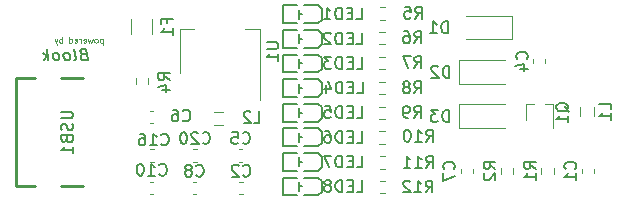
<source format=gbr>
%TF.GenerationSoftware,KiCad,Pcbnew,(6.0.6-1)-1*%
%TF.CreationDate,2022-08-11T03:14:31+08:00*%
%TF.ProjectId,card,63617264-2e6b-4696-9361-645f70636258,rev?*%
%TF.SameCoordinates,Original*%
%TF.FileFunction,Legend,Bot*%
%TF.FilePolarity,Positive*%
%FSLAX46Y46*%
G04 Gerber Fmt 4.6, Leading zero omitted, Abs format (unit mm)*
G04 Created by KiCad (PCBNEW (6.0.6-1)-1) date 2022-08-11 03:14:31*
%MOMM*%
%LPD*%
G01*
G04 APERTURE LIST*
%ADD10C,0.150000*%
%ADD11C,0.100000*%
%ADD12C,0.149900*%
%ADD13C,0.254000*%
%ADD14C,0.120000*%
G04 APERTURE END LIST*
D10*
X31678305Y-28080132D02*
X31541400Y-28127751D01*
X31499734Y-28175370D01*
X31464019Y-28270608D01*
X31481876Y-28413465D01*
X31541400Y-28508703D01*
X31594972Y-28556322D01*
X31696162Y-28603941D01*
X32077114Y-28603941D01*
X31952114Y-27603941D01*
X31618781Y-27603941D01*
X31529495Y-27651561D01*
X31487829Y-27699180D01*
X31452114Y-27794418D01*
X31464019Y-27889656D01*
X31523543Y-27984894D01*
X31577114Y-28032513D01*
X31678305Y-28080132D01*
X32011638Y-28080132D01*
X30934257Y-28603941D02*
X31023543Y-28556322D01*
X31059257Y-28461084D01*
X30952114Y-27603941D01*
X30410448Y-28603941D02*
X30499734Y-28556322D01*
X30541400Y-28508703D01*
X30577114Y-28413465D01*
X30541400Y-28127751D01*
X30481876Y-28032513D01*
X30428305Y-27984894D01*
X30327114Y-27937275D01*
X30184257Y-27937275D01*
X30094972Y-27984894D01*
X30053305Y-28032513D01*
X30017591Y-28127751D01*
X30053305Y-28413465D01*
X30112829Y-28508703D01*
X30166400Y-28556322D01*
X30267591Y-28603941D01*
X30410448Y-28603941D01*
X29505686Y-28603941D02*
X29594972Y-28556322D01*
X29636638Y-28508703D01*
X29672353Y-28413465D01*
X29636638Y-28127751D01*
X29577114Y-28032513D01*
X29523543Y-27984894D01*
X29422353Y-27937275D01*
X29279495Y-27937275D01*
X29190210Y-27984894D01*
X29148543Y-28032513D01*
X29112829Y-28127751D01*
X29148543Y-28413465D01*
X29208067Y-28508703D01*
X29261638Y-28556322D01*
X29362829Y-28603941D01*
X29505686Y-28603941D01*
X28743781Y-28603941D02*
X28618781Y-27603941D01*
X28600924Y-28222989D02*
X28362829Y-28603941D01*
X28279495Y-27937275D02*
X28708067Y-28318227D01*
D11*
X33335445Y-26765139D02*
X33335445Y-27265139D01*
X33335445Y-26788948D02*
X33287826Y-26765139D01*
X33192588Y-26765139D01*
X33144969Y-26788948D01*
X33121160Y-26812758D01*
X33097350Y-26860377D01*
X33097350Y-27003234D01*
X33121160Y-27050853D01*
X33144969Y-27074662D01*
X33192588Y-27098472D01*
X33287826Y-27098472D01*
X33335445Y-27074662D01*
X32811636Y-27098472D02*
X32859255Y-27074662D01*
X32883064Y-27050853D01*
X32906874Y-27003234D01*
X32906874Y-26860377D01*
X32883064Y-26812758D01*
X32859255Y-26788948D01*
X32811636Y-26765139D01*
X32740207Y-26765139D01*
X32692588Y-26788948D01*
X32668779Y-26812758D01*
X32644969Y-26860377D01*
X32644969Y-27003234D01*
X32668779Y-27050853D01*
X32692588Y-27074662D01*
X32740207Y-27098472D01*
X32811636Y-27098472D01*
X32478302Y-26765139D02*
X32383064Y-27098472D01*
X32287826Y-26860377D01*
X32192588Y-27098472D01*
X32097350Y-26765139D01*
X31716398Y-27074662D02*
X31764017Y-27098472D01*
X31859255Y-27098472D01*
X31906874Y-27074662D01*
X31930683Y-27027043D01*
X31930683Y-26836567D01*
X31906874Y-26788948D01*
X31859255Y-26765139D01*
X31764017Y-26765139D01*
X31716398Y-26788948D01*
X31692588Y-26836567D01*
X31692588Y-26884186D01*
X31930683Y-26931805D01*
X31478302Y-27098472D02*
X31478302Y-26765139D01*
X31478302Y-26860377D02*
X31454493Y-26812758D01*
X31430683Y-26788948D01*
X31383064Y-26765139D01*
X31335445Y-26765139D01*
X30978302Y-27074662D02*
X31025921Y-27098472D01*
X31121160Y-27098472D01*
X31168779Y-27074662D01*
X31192588Y-27027043D01*
X31192588Y-26836567D01*
X31168779Y-26788948D01*
X31121160Y-26765139D01*
X31025921Y-26765139D01*
X30978302Y-26788948D01*
X30954493Y-26836567D01*
X30954493Y-26884186D01*
X31192588Y-26931805D01*
X30525921Y-27098472D02*
X30525921Y-26598472D01*
X30525921Y-27074662D02*
X30573541Y-27098472D01*
X30668779Y-27098472D01*
X30716398Y-27074662D01*
X30740207Y-27050853D01*
X30764017Y-27003234D01*
X30764017Y-26860377D01*
X30740207Y-26812758D01*
X30716398Y-26788948D01*
X30668779Y-26765139D01*
X30573541Y-26765139D01*
X30525921Y-26788948D01*
X29906874Y-27098472D02*
X29906874Y-26598472D01*
X29906874Y-26788948D02*
X29859255Y-26765139D01*
X29764017Y-26765139D01*
X29716398Y-26788948D01*
X29692588Y-26812758D01*
X29668779Y-26860377D01*
X29668779Y-27003234D01*
X29692588Y-27050853D01*
X29716398Y-27074662D01*
X29764017Y-27098472D01*
X29859255Y-27098472D01*
X29906874Y-27074662D01*
X29502112Y-26765139D02*
X29383064Y-27098472D01*
X29264017Y-26765139D02*
X29383064Y-27098472D01*
X29430683Y-27217520D01*
X29454493Y-27241329D01*
X29502112Y-27265139D01*
D12*
%TO.C,USB1*%
X29814964Y-32945536D02*
X30624488Y-32945536D01*
X30719726Y-32993155D01*
X30767345Y-33040774D01*
X30814964Y-33136012D01*
X30814964Y-33326489D01*
X30767345Y-33421727D01*
X30719726Y-33469346D01*
X30624488Y-33516965D01*
X29814964Y-33516965D01*
X30767345Y-33945536D02*
X30814964Y-34088393D01*
X30814964Y-34326489D01*
X30767345Y-34421727D01*
X30719726Y-34469346D01*
X30624488Y-34516965D01*
X30529250Y-34516965D01*
X30434012Y-34469346D01*
X30386393Y-34421727D01*
X30338774Y-34326489D01*
X30291155Y-34136012D01*
X30243536Y-34040774D01*
X30195917Y-33993155D01*
X30100679Y-33945536D01*
X30005441Y-33945536D01*
X29910203Y-33993155D01*
X29862584Y-34040774D01*
X29814964Y-34136012D01*
X29814964Y-34374108D01*
X29862584Y-34516965D01*
X30291155Y-35278870D02*
X30338774Y-35421727D01*
X30386393Y-35469346D01*
X30481631Y-35516965D01*
X30624488Y-35516965D01*
X30719726Y-35469346D01*
X30767345Y-35421727D01*
X30814964Y-35326489D01*
X30814964Y-34945536D01*
X29814964Y-34945536D01*
X29814964Y-35278870D01*
X29862584Y-35374108D01*
X29910203Y-35421727D01*
X30005441Y-35469346D01*
X30100679Y-35469346D01*
X30195917Y-35421727D01*
X30243536Y-35374108D01*
X30291155Y-35278870D01*
X30291155Y-34945536D01*
X30814964Y-36469346D02*
X30814964Y-35897917D01*
X30814964Y-36183632D02*
X29814964Y-36183632D01*
X29957822Y-36088393D01*
X30053060Y-35993155D01*
X30100679Y-35897917D01*
D10*
%TO.C,R1*%
X70014305Y-37788562D02*
X69538115Y-37455229D01*
X70014305Y-37217133D02*
X69014305Y-37217133D01*
X69014305Y-37598086D01*
X69061925Y-37693324D01*
X69109544Y-37740943D01*
X69204782Y-37788562D01*
X69347639Y-37788562D01*
X69442877Y-37740943D01*
X69490496Y-37693324D01*
X69538115Y-37598086D01*
X69538115Y-37217133D01*
X70014305Y-38740943D02*
X70014305Y-38169514D01*
X70014305Y-38455229D02*
X69014305Y-38455229D01*
X69157163Y-38359990D01*
X69252401Y-38264752D01*
X69300020Y-38169514D01*
%TO.C,Q1*%
X72814419Y-32946113D02*
X72766800Y-32850875D01*
X72671561Y-32755637D01*
X72528704Y-32612780D01*
X72481085Y-32517542D01*
X72481085Y-32422304D01*
X72719180Y-32469923D02*
X72671561Y-32374685D01*
X72576323Y-32279447D01*
X72385847Y-32231828D01*
X72052514Y-32231828D01*
X71862038Y-32279447D01*
X71766800Y-32374685D01*
X71719180Y-32469923D01*
X71719180Y-32660399D01*
X71766800Y-32755637D01*
X71862038Y-32850875D01*
X72052514Y-32898494D01*
X72385847Y-32898494D01*
X72576323Y-32850875D01*
X72671561Y-32755637D01*
X72719180Y-32660399D01*
X72719180Y-32469923D01*
X72719180Y-33850875D02*
X72719180Y-33279447D01*
X72719180Y-33565161D02*
X71719180Y-33565161D01*
X71862038Y-33469923D01*
X71957276Y-33374685D01*
X72004895Y-33279447D01*
%TO.C,C6*%
X40127416Y-33666082D02*
X40175035Y-33713701D01*
X40317892Y-33761320D01*
X40413130Y-33761320D01*
X40555988Y-33713701D01*
X40651226Y-33618463D01*
X40698845Y-33523225D01*
X40746464Y-33332749D01*
X40746464Y-33189892D01*
X40698845Y-32999416D01*
X40651226Y-32904178D01*
X40555988Y-32808940D01*
X40413130Y-32761320D01*
X40317892Y-32761320D01*
X40175035Y-32808940D01*
X40127416Y-32856559D01*
X39270273Y-32761320D02*
X39460750Y-32761320D01*
X39555988Y-32808940D01*
X39603607Y-32856559D01*
X39698845Y-32999416D01*
X39746464Y-33189892D01*
X39746464Y-33570844D01*
X39698845Y-33666082D01*
X39651226Y-33713701D01*
X39555988Y-33761320D01*
X39365511Y-33761320D01*
X39270273Y-33713701D01*
X39222654Y-33666082D01*
X39175035Y-33570844D01*
X39175035Y-33332749D01*
X39222654Y-33237511D01*
X39270273Y-33189892D01*
X39365511Y-33142273D01*
X39555988Y-33142273D01*
X39651226Y-33189892D01*
X39698845Y-33237511D01*
X39746464Y-33332749D01*
%TO.C,C2*%
X45228829Y-38337906D02*
X45276448Y-38385525D01*
X45419305Y-38433144D01*
X45514543Y-38433144D01*
X45657401Y-38385525D01*
X45752639Y-38290287D01*
X45800258Y-38195049D01*
X45847877Y-38004573D01*
X45847877Y-37861716D01*
X45800258Y-37671240D01*
X45752639Y-37576002D01*
X45657401Y-37480764D01*
X45514543Y-37433144D01*
X45419305Y-37433144D01*
X45276448Y-37480764D01*
X45228829Y-37528383D01*
X44847877Y-37528383D02*
X44800258Y-37480764D01*
X44705020Y-37433144D01*
X44466924Y-37433144D01*
X44371686Y-37480764D01*
X44324067Y-37528383D01*
X44276448Y-37623621D01*
X44276448Y-37718859D01*
X44324067Y-37861716D01*
X44895496Y-38433144D01*
X44276448Y-38433144D01*
%TO.C,U1*%
X47212149Y-27048125D02*
X48021673Y-27048125D01*
X48116911Y-27095744D01*
X48164530Y-27143363D01*
X48212149Y-27238601D01*
X48212149Y-27429077D01*
X48164530Y-27524315D01*
X48116911Y-27571934D01*
X48021673Y-27619553D01*
X47212149Y-27619553D01*
X48212149Y-28619553D02*
X48212149Y-28048125D01*
X48212149Y-28333839D02*
X47212149Y-28333839D01*
X47355007Y-28238601D01*
X47450245Y-28143363D01*
X47497864Y-28048125D01*
%TO.C,C5*%
X45188287Y-35576383D02*
X45235906Y-35624002D01*
X45378763Y-35671621D01*
X45474001Y-35671621D01*
X45616859Y-35624002D01*
X45712097Y-35528764D01*
X45759716Y-35433526D01*
X45807335Y-35243050D01*
X45807335Y-35100193D01*
X45759716Y-34909717D01*
X45712097Y-34814479D01*
X45616859Y-34719241D01*
X45474001Y-34671621D01*
X45378763Y-34671621D01*
X45235906Y-34719241D01*
X45188287Y-34766860D01*
X44283525Y-34671621D02*
X44759716Y-34671621D01*
X44807335Y-35147812D01*
X44759716Y-35100193D01*
X44664478Y-35052574D01*
X44426382Y-35052574D01*
X44331144Y-35100193D01*
X44283525Y-35147812D01*
X44235906Y-35243050D01*
X44235906Y-35481145D01*
X44283525Y-35576383D01*
X44331144Y-35624002D01*
X44426382Y-35671621D01*
X44664478Y-35671621D01*
X44759716Y-35624002D01*
X44807335Y-35576383D01*
%TO.C,R11*%
X60725682Y-37702193D02*
X61059015Y-37226003D01*
X61297110Y-37702193D02*
X61297110Y-36702193D01*
X60916158Y-36702193D01*
X60820920Y-36749813D01*
X60773301Y-36797432D01*
X60725682Y-36892670D01*
X60725682Y-37035527D01*
X60773301Y-37130765D01*
X60820920Y-37178384D01*
X60916158Y-37226003D01*
X61297110Y-37226003D01*
X59773301Y-37702193D02*
X60344729Y-37702193D01*
X60059015Y-37702193D02*
X60059015Y-36702193D01*
X60154253Y-36845051D01*
X60249491Y-36940289D01*
X60344729Y-36987908D01*
X58820920Y-37702193D02*
X59392348Y-37702193D01*
X59106634Y-37702193D02*
X59106634Y-36702193D01*
X59201872Y-36845051D01*
X59297110Y-36940289D01*
X59392348Y-36987908D01*
%TO.C,L1*%
X76345911Y-32754371D02*
X76345911Y-32278180D01*
X75345911Y-32278180D01*
X76345911Y-33611514D02*
X76345911Y-33040085D01*
X76345911Y-33325799D02*
X75345911Y-33325799D01*
X75488769Y-33230561D01*
X75584007Y-33135323D01*
X75631626Y-33040085D01*
%TO.C,R2*%
X66593152Y-37788562D02*
X66116962Y-37455229D01*
X66593152Y-37217133D02*
X65593152Y-37217133D01*
X65593152Y-37598086D01*
X65640772Y-37693324D01*
X65688391Y-37740943D01*
X65783629Y-37788562D01*
X65926486Y-37788562D01*
X66021724Y-37740943D01*
X66069343Y-37693324D01*
X66116962Y-37598086D01*
X66116962Y-37217133D01*
X65688391Y-38169514D02*
X65640772Y-38217133D01*
X65593152Y-38312371D01*
X65593152Y-38550467D01*
X65640772Y-38645705D01*
X65688391Y-38693324D01*
X65783629Y-38740943D01*
X65878867Y-38740943D01*
X66021724Y-38693324D01*
X66593152Y-38121895D01*
X66593152Y-38740943D01*
%TO.C,C1*%
X73340220Y-37788562D02*
X73387839Y-37740943D01*
X73435458Y-37598086D01*
X73435458Y-37502848D01*
X73387839Y-37359990D01*
X73292601Y-37264752D01*
X73197363Y-37217133D01*
X73006887Y-37169514D01*
X72864030Y-37169514D01*
X72673554Y-37217133D01*
X72578316Y-37264752D01*
X72483078Y-37359990D01*
X72435458Y-37502848D01*
X72435458Y-37598086D01*
X72483078Y-37740943D01*
X72530697Y-37788562D01*
X73435458Y-38740943D02*
X73435458Y-38169514D01*
X73435458Y-38455229D02*
X72435458Y-38455229D01*
X72578316Y-38359990D01*
X72673554Y-38264752D01*
X72721173Y-38169514D01*
%TO.C,C10*%
X38138374Y-38256164D02*
X38185993Y-38303783D01*
X38328850Y-38351402D01*
X38424088Y-38351402D01*
X38566945Y-38303783D01*
X38662183Y-38208545D01*
X38709802Y-38113307D01*
X38757421Y-37922831D01*
X38757421Y-37779974D01*
X38709802Y-37589498D01*
X38662183Y-37494260D01*
X38566945Y-37399022D01*
X38424088Y-37351402D01*
X38328850Y-37351402D01*
X38185993Y-37399022D01*
X38138374Y-37446641D01*
X37185993Y-38351402D02*
X37757421Y-38351402D01*
X37471707Y-38351402D02*
X37471707Y-37351402D01*
X37566945Y-37494260D01*
X37662183Y-37589498D01*
X37757421Y-37637117D01*
X36566945Y-37351402D02*
X36471707Y-37351402D01*
X36376469Y-37399022D01*
X36328850Y-37446641D01*
X36281231Y-37541879D01*
X36233612Y-37732355D01*
X36233612Y-37970450D01*
X36281231Y-38160926D01*
X36328850Y-38256164D01*
X36376469Y-38303783D01*
X36471707Y-38351402D01*
X36566945Y-38351402D01*
X36662183Y-38303783D01*
X36709802Y-38256164D01*
X36757421Y-38160926D01*
X36805040Y-37970450D01*
X36805040Y-37732355D01*
X36757421Y-37541879D01*
X36709802Y-37446641D01*
X36662183Y-37399022D01*
X36566945Y-37351402D01*
%TO.C,R5*%
X59799008Y-25056654D02*
X60132342Y-24580464D01*
X60370437Y-25056654D02*
X60370437Y-24056654D01*
X59989484Y-24056654D01*
X59894246Y-24104274D01*
X59846627Y-24151893D01*
X59799008Y-24247131D01*
X59799008Y-24389988D01*
X59846627Y-24485226D01*
X59894246Y-24532845D01*
X59989484Y-24580464D01*
X60370437Y-24580464D01*
X58894246Y-24056654D02*
X59370437Y-24056654D01*
X59418056Y-24532845D01*
X59370437Y-24485226D01*
X59275199Y-24437607D01*
X59037103Y-24437607D01*
X58941865Y-24485226D01*
X58894246Y-24532845D01*
X58846627Y-24628083D01*
X58846627Y-24866178D01*
X58894246Y-24961416D01*
X58941865Y-25009035D01*
X59037103Y-25056654D01*
X59275199Y-25056654D01*
X59370437Y-25009035D01*
X59418056Y-24961416D01*
%TO.C,L2*%
X46133363Y-33883929D02*
X46609554Y-33883929D01*
X46609554Y-32883929D01*
X45847649Y-32979168D02*
X45800030Y-32931549D01*
X45704792Y-32883929D01*
X45466697Y-32883929D01*
X45371458Y-32931549D01*
X45323839Y-32979168D01*
X45276220Y-33074406D01*
X45276220Y-33169644D01*
X45323839Y-33312501D01*
X45895268Y-33883929D01*
X45276220Y-33883929D01*
%TO.C,F1*%
X38786919Y-25401542D02*
X38786919Y-25068209D01*
X39310728Y-25068209D02*
X38310728Y-25068209D01*
X38310728Y-25544399D01*
X39310728Y-26449161D02*
X39310728Y-25877733D01*
X39310728Y-26163447D02*
X38310728Y-26163447D01*
X38453586Y-26068209D01*
X38548824Y-25972971D01*
X38596443Y-25877733D01*
%TO.C,C8*%
X41263431Y-38337906D02*
X41311050Y-38385525D01*
X41453907Y-38433144D01*
X41549145Y-38433144D01*
X41692003Y-38385525D01*
X41787241Y-38290287D01*
X41834860Y-38195049D01*
X41882479Y-38004573D01*
X41882479Y-37861716D01*
X41834860Y-37671240D01*
X41787241Y-37576002D01*
X41692003Y-37480764D01*
X41549145Y-37433144D01*
X41453907Y-37433144D01*
X41311050Y-37480764D01*
X41263431Y-37528383D01*
X40692003Y-37861716D02*
X40787241Y-37814097D01*
X40834860Y-37766478D01*
X40882479Y-37671240D01*
X40882479Y-37623621D01*
X40834860Y-37528383D01*
X40787241Y-37480764D01*
X40692003Y-37433144D01*
X40501526Y-37433144D01*
X40406288Y-37480764D01*
X40358669Y-37528383D01*
X40311050Y-37623621D01*
X40311050Y-37671240D01*
X40358669Y-37766478D01*
X40406288Y-37814097D01*
X40501526Y-37861716D01*
X40692003Y-37861716D01*
X40787241Y-37909335D01*
X40834860Y-37956954D01*
X40882479Y-38052192D01*
X40882479Y-38242668D01*
X40834860Y-38337906D01*
X40787241Y-38385525D01*
X40692003Y-38433144D01*
X40501526Y-38433144D01*
X40406288Y-38385525D01*
X40358669Y-38337906D01*
X40311050Y-38242668D01*
X40311050Y-38052192D01*
X40358669Y-37956954D01*
X40406288Y-37909335D01*
X40501526Y-37861716D01*
%TO.C,R8*%
X59716976Y-31382550D02*
X60050310Y-30906360D01*
X60288405Y-31382550D02*
X60288405Y-30382550D01*
X59907452Y-30382550D01*
X59812214Y-30430170D01*
X59764595Y-30477789D01*
X59716976Y-30573027D01*
X59716976Y-30715884D01*
X59764595Y-30811122D01*
X59812214Y-30858741D01*
X59907452Y-30906360D01*
X60288405Y-30906360D01*
X59145548Y-30811122D02*
X59240786Y-30763503D01*
X59288405Y-30715884D01*
X59336024Y-30620646D01*
X59336024Y-30573027D01*
X59288405Y-30477789D01*
X59240786Y-30430170D01*
X59145548Y-30382550D01*
X58955071Y-30382550D01*
X58859833Y-30430170D01*
X58812214Y-30477789D01*
X58764595Y-30573027D01*
X58764595Y-30620646D01*
X58812214Y-30715884D01*
X58859833Y-30763503D01*
X58955071Y-30811122D01*
X59145548Y-30811122D01*
X59240786Y-30858741D01*
X59288405Y-30906360D01*
X59336024Y-31001598D01*
X59336024Y-31192074D01*
X59288405Y-31287312D01*
X59240786Y-31334931D01*
X59145548Y-31382550D01*
X58955071Y-31382550D01*
X58859833Y-31334931D01*
X58812214Y-31287312D01*
X58764595Y-31192074D01*
X58764595Y-31001598D01*
X58812214Y-30906360D01*
X58859833Y-30858741D01*
X58955071Y-30811122D01*
%TO.C,R10*%
X60736473Y-35475815D02*
X61069806Y-34999625D01*
X61307901Y-35475815D02*
X61307901Y-34475815D01*
X60926949Y-34475815D01*
X60831711Y-34523435D01*
X60784092Y-34571054D01*
X60736473Y-34666292D01*
X60736473Y-34809149D01*
X60784092Y-34904387D01*
X60831711Y-34952006D01*
X60926949Y-34999625D01*
X61307901Y-34999625D01*
X59784092Y-35475815D02*
X60355520Y-35475815D01*
X60069806Y-35475815D02*
X60069806Y-34475815D01*
X60165044Y-34618673D01*
X60260282Y-34713911D01*
X60355520Y-34761530D01*
X59165044Y-34475815D02*
X59069806Y-34475815D01*
X58974568Y-34523435D01*
X58926949Y-34571054D01*
X58879330Y-34666292D01*
X58831711Y-34856768D01*
X58831711Y-35094863D01*
X58879330Y-35285339D01*
X58926949Y-35380577D01*
X58974568Y-35428196D01*
X59069806Y-35475815D01*
X59165044Y-35475815D01*
X59260282Y-35428196D01*
X59307901Y-35380577D01*
X59355520Y-35285339D01*
X59403139Y-35094863D01*
X59403139Y-34856768D01*
X59355520Y-34666292D01*
X59307901Y-34571054D01*
X59260282Y-34523435D01*
X59165044Y-34475815D01*
D12*
%TO.C,LED6*%
X54861189Y-35565943D02*
X55337380Y-35565943D01*
X55337380Y-34565943D01*
X54527856Y-35042134D02*
X54194522Y-35042134D01*
X54051665Y-35565943D02*
X54527856Y-35565943D01*
X54527856Y-34565943D01*
X54051665Y-34565943D01*
X53623094Y-35565943D02*
X53623094Y-34565943D01*
X53384999Y-34565943D01*
X53242142Y-34613563D01*
X53146903Y-34708801D01*
X53099284Y-34804039D01*
X53051665Y-34994515D01*
X53051665Y-35137372D01*
X53099284Y-35327848D01*
X53146903Y-35423086D01*
X53242142Y-35518324D01*
X53384999Y-35565943D01*
X53623094Y-35565943D01*
X52194522Y-34565943D02*
X52384999Y-34565943D01*
X52480237Y-34613563D01*
X52527856Y-34661182D01*
X52623094Y-34804039D01*
X52670713Y-34994515D01*
X52670713Y-35375467D01*
X52623094Y-35470705D01*
X52575475Y-35518324D01*
X52480237Y-35565943D01*
X52289761Y-35565943D01*
X52194522Y-35518324D01*
X52146903Y-35470705D01*
X52099284Y-35375467D01*
X52099284Y-35137372D01*
X52146903Y-35042134D01*
X52194522Y-34994515D01*
X52289761Y-34946896D01*
X52480237Y-34946896D01*
X52575475Y-34994515D01*
X52623094Y-35042134D01*
X52670713Y-35137372D01*
D10*
%TO.C,C16*%
X38296739Y-35708063D02*
X38344358Y-35755682D01*
X38487215Y-35803301D01*
X38582453Y-35803301D01*
X38725310Y-35755682D01*
X38820548Y-35660444D01*
X38868167Y-35565206D01*
X38915786Y-35374730D01*
X38915786Y-35231873D01*
X38868167Y-35041397D01*
X38820548Y-34946159D01*
X38725310Y-34850921D01*
X38582453Y-34803301D01*
X38487215Y-34803301D01*
X38344358Y-34850921D01*
X38296739Y-34898540D01*
X37344358Y-35803301D02*
X37915786Y-35803301D01*
X37630072Y-35803301D02*
X37630072Y-34803301D01*
X37725310Y-34946159D01*
X37820548Y-35041397D01*
X37915786Y-35089016D01*
X36487215Y-34803301D02*
X36677691Y-34803301D01*
X36772929Y-34850921D01*
X36820548Y-34898540D01*
X36915786Y-35041397D01*
X36963405Y-35231873D01*
X36963405Y-35612825D01*
X36915786Y-35708063D01*
X36868167Y-35755682D01*
X36772929Y-35803301D01*
X36582453Y-35803301D01*
X36487215Y-35755682D01*
X36439596Y-35708063D01*
X36391977Y-35612825D01*
X36391977Y-35374730D01*
X36439596Y-35279492D01*
X36487215Y-35231873D01*
X36582453Y-35184254D01*
X36772929Y-35184254D01*
X36868167Y-35231873D01*
X36915786Y-35279492D01*
X36963405Y-35374730D01*
D12*
%TO.C,LED2*%
X54827501Y-27244844D02*
X55303692Y-27244844D01*
X55303692Y-26244844D01*
X54494168Y-26721035D02*
X54160834Y-26721035D01*
X54017977Y-27244844D02*
X54494168Y-27244844D01*
X54494168Y-26244844D01*
X54017977Y-26244844D01*
X53589406Y-27244844D02*
X53589406Y-26244844D01*
X53351311Y-26244844D01*
X53208454Y-26292464D01*
X53113215Y-26387702D01*
X53065596Y-26482940D01*
X53017977Y-26673416D01*
X53017977Y-26816273D01*
X53065596Y-27006749D01*
X53113215Y-27101987D01*
X53208454Y-27197225D01*
X53351311Y-27244844D01*
X53589406Y-27244844D01*
X52637025Y-26340083D02*
X52589406Y-26292464D01*
X52494168Y-26244844D01*
X52256073Y-26244844D01*
X52160834Y-26292464D01*
X52113215Y-26340083D01*
X52065596Y-26435321D01*
X52065596Y-26530559D01*
X52113215Y-26673416D01*
X52684644Y-27244844D01*
X52065596Y-27244844D01*
D10*
%TO.C,C7*%
X63076760Y-37788562D02*
X63124379Y-37740943D01*
X63171998Y-37598086D01*
X63171998Y-37502848D01*
X63124379Y-37359990D01*
X63029141Y-37264752D01*
X62933903Y-37217133D01*
X62743427Y-37169514D01*
X62600570Y-37169514D01*
X62410094Y-37217133D01*
X62314856Y-37264752D01*
X62219618Y-37359990D01*
X62171998Y-37502848D01*
X62171998Y-37598086D01*
X62219618Y-37740943D01*
X62267237Y-37788562D01*
X62171998Y-38121895D02*
X62171998Y-38788562D01*
X63171998Y-38359990D01*
D12*
%TO.C,LED3*%
X54838730Y-29299852D02*
X55314921Y-29299852D01*
X55314921Y-28299852D01*
X54505397Y-28776043D02*
X54172063Y-28776043D01*
X54029206Y-29299852D02*
X54505397Y-29299852D01*
X54505397Y-28299852D01*
X54029206Y-28299852D01*
X53600635Y-29299852D02*
X53600635Y-28299852D01*
X53362540Y-28299852D01*
X53219683Y-28347472D01*
X53124444Y-28442710D01*
X53076825Y-28537948D01*
X53029206Y-28728424D01*
X53029206Y-28871281D01*
X53076825Y-29061757D01*
X53124444Y-29156995D01*
X53219683Y-29252233D01*
X53362540Y-29299852D01*
X53600635Y-29299852D01*
X52695873Y-28299852D02*
X52076825Y-28299852D01*
X52410159Y-28680805D01*
X52267302Y-28680805D01*
X52172063Y-28728424D01*
X52124444Y-28776043D01*
X52076825Y-28871281D01*
X52076825Y-29109376D01*
X52124444Y-29204614D01*
X52172063Y-29252233D01*
X52267302Y-29299852D01*
X52553016Y-29299852D01*
X52648254Y-29252233D01*
X52695873Y-29204614D01*
%TO.C,LED7*%
X54849960Y-37654639D02*
X55326151Y-37654639D01*
X55326151Y-36654639D01*
X54516627Y-37130830D02*
X54183293Y-37130830D01*
X54040436Y-37654639D02*
X54516627Y-37654639D01*
X54516627Y-36654639D01*
X54040436Y-36654639D01*
X53611865Y-37654639D02*
X53611865Y-36654639D01*
X53373770Y-36654639D01*
X53230913Y-36702259D01*
X53135674Y-36797497D01*
X53088055Y-36892735D01*
X53040436Y-37083211D01*
X53040436Y-37226068D01*
X53088055Y-37416544D01*
X53135674Y-37511782D01*
X53230913Y-37607020D01*
X53373770Y-37654639D01*
X53611865Y-37654639D01*
X52707103Y-36654639D02*
X52040436Y-36654639D01*
X52469008Y-37654639D01*
D10*
%TO.C,C4*%
X69243942Y-28482853D02*
X69291561Y-28435234D01*
X69339180Y-28292377D01*
X69339180Y-28197139D01*
X69291561Y-28054281D01*
X69196323Y-27959043D01*
X69101085Y-27911424D01*
X68910609Y-27863805D01*
X68767752Y-27863805D01*
X68577276Y-27911424D01*
X68482038Y-27959043D01*
X68386800Y-28054281D01*
X68339180Y-28197139D01*
X68339180Y-28292377D01*
X68386800Y-28435234D01*
X68434419Y-28482853D01*
X68672514Y-29339996D02*
X69339180Y-29339996D01*
X68291561Y-29101900D02*
X69005847Y-28863805D01*
X69005847Y-29482853D01*
D12*
%TO.C,LED4*%
X54872419Y-31388549D02*
X55348610Y-31388549D01*
X55348610Y-30388549D01*
X54539086Y-30864740D02*
X54205752Y-30864740D01*
X54062895Y-31388549D02*
X54539086Y-31388549D01*
X54539086Y-30388549D01*
X54062895Y-30388549D01*
X53634324Y-31388549D02*
X53634324Y-30388549D01*
X53396229Y-30388549D01*
X53253372Y-30436169D01*
X53158133Y-30531407D01*
X53110514Y-30626645D01*
X53062895Y-30817121D01*
X53062895Y-30959978D01*
X53110514Y-31150454D01*
X53158133Y-31245692D01*
X53253372Y-31340930D01*
X53396229Y-31388549D01*
X53634324Y-31388549D01*
X52205752Y-30721883D02*
X52205752Y-31388549D01*
X52443848Y-30340930D02*
X52681943Y-31055216D01*
X52062895Y-31055216D01*
D10*
%TO.C,D2*%
X62683727Y-30059733D02*
X62683727Y-29059733D01*
X62445632Y-29059733D01*
X62302774Y-29107353D01*
X62207536Y-29202591D01*
X62159917Y-29297829D01*
X62112298Y-29488305D01*
X62112298Y-29631162D01*
X62159917Y-29821638D01*
X62207536Y-29916876D01*
X62302774Y-30012114D01*
X62445632Y-30059733D01*
X62683727Y-30059733D01*
X61731346Y-29154972D02*
X61683727Y-29107353D01*
X61588489Y-29059733D01*
X61350393Y-29059733D01*
X61255155Y-29107353D01*
X61207536Y-29154972D01*
X61159917Y-29250210D01*
X61159917Y-29345448D01*
X61207536Y-29488305D01*
X61778965Y-30059733D01*
X61159917Y-30059733D01*
D12*
%TO.C,LED1*%
X54816271Y-25133688D02*
X55292462Y-25133688D01*
X55292462Y-24133688D01*
X54482938Y-24609879D02*
X54149604Y-24609879D01*
X54006747Y-25133688D02*
X54482938Y-25133688D01*
X54482938Y-24133688D01*
X54006747Y-24133688D01*
X53578176Y-25133688D02*
X53578176Y-24133688D01*
X53340081Y-24133688D01*
X53197224Y-24181308D01*
X53101985Y-24276546D01*
X53054366Y-24371784D01*
X53006747Y-24562260D01*
X53006747Y-24705117D01*
X53054366Y-24895593D01*
X53101985Y-24990831D01*
X53197224Y-25086069D01*
X53340081Y-25133688D01*
X53578176Y-25133688D01*
X52054366Y-25133688D02*
X52625795Y-25133688D01*
X52340081Y-25133688D02*
X52340081Y-24133688D01*
X52435319Y-24276546D01*
X52530557Y-24371784D01*
X52625795Y-24419403D01*
D10*
%TO.C,R6*%
X59735115Y-27132984D02*
X60068449Y-26656794D01*
X60306544Y-27132984D02*
X60306544Y-26132984D01*
X59925591Y-26132984D01*
X59830353Y-26180604D01*
X59782734Y-26228223D01*
X59735115Y-26323461D01*
X59735115Y-26466318D01*
X59782734Y-26561556D01*
X59830353Y-26609175D01*
X59925591Y-26656794D01*
X60306544Y-26656794D01*
X58877972Y-26132984D02*
X59068449Y-26132984D01*
X59163687Y-26180604D01*
X59211306Y-26228223D01*
X59306544Y-26371080D01*
X59354163Y-26561556D01*
X59354163Y-26942508D01*
X59306544Y-27037746D01*
X59258925Y-27085365D01*
X59163687Y-27132984D01*
X58973210Y-27132984D01*
X58877972Y-27085365D01*
X58830353Y-27037746D01*
X58782734Y-26942508D01*
X58782734Y-26704413D01*
X58830353Y-26609175D01*
X58877972Y-26561556D01*
X58973210Y-26513937D01*
X59163687Y-26513937D01*
X59258925Y-26561556D01*
X59306544Y-26609175D01*
X59354163Y-26704413D01*
%TO.C,D1*%
X62582367Y-26294809D02*
X62582367Y-25294809D01*
X62344272Y-25294809D01*
X62201414Y-25342429D01*
X62106176Y-25437667D01*
X62058557Y-25532905D01*
X62010938Y-25723381D01*
X62010938Y-25866238D01*
X62058557Y-26056714D01*
X62106176Y-26151952D01*
X62201414Y-26247190D01*
X62344272Y-26294809D01*
X62582367Y-26294809D01*
X61058557Y-26294809D02*
X61629986Y-26294809D01*
X61344272Y-26294809D02*
X61344272Y-25294809D01*
X61439510Y-25437667D01*
X61534748Y-25532905D01*
X61629986Y-25580524D01*
%TO.C,D3*%
X62639207Y-33797436D02*
X62639207Y-32797436D01*
X62401112Y-32797436D01*
X62258254Y-32845056D01*
X62163016Y-32940294D01*
X62115397Y-33035532D01*
X62067778Y-33226008D01*
X62067778Y-33368865D01*
X62115397Y-33559341D01*
X62163016Y-33654579D01*
X62258254Y-33749817D01*
X62401112Y-33797436D01*
X62639207Y-33797436D01*
X61734445Y-32797436D02*
X61115397Y-32797436D01*
X61448731Y-33178389D01*
X61305873Y-33178389D01*
X61210635Y-33226008D01*
X61163016Y-33273627D01*
X61115397Y-33368865D01*
X61115397Y-33606960D01*
X61163016Y-33702198D01*
X61210635Y-33749817D01*
X61305873Y-33797436D01*
X61591588Y-33797436D01*
X61686826Y-33749817D01*
X61734445Y-33702198D01*
%TO.C,C20*%
X41792743Y-35566778D02*
X41840362Y-35614397D01*
X41983219Y-35662016D01*
X42078457Y-35662016D01*
X42221314Y-35614397D01*
X42316552Y-35519159D01*
X42364171Y-35423921D01*
X42411790Y-35233445D01*
X42411790Y-35090588D01*
X42364171Y-34900112D01*
X42316552Y-34804874D01*
X42221314Y-34709636D01*
X42078457Y-34662016D01*
X41983219Y-34662016D01*
X41840362Y-34709636D01*
X41792743Y-34757255D01*
X41411790Y-34757255D02*
X41364171Y-34709636D01*
X41268933Y-34662016D01*
X41030838Y-34662016D01*
X40935600Y-34709636D01*
X40887981Y-34757255D01*
X40840362Y-34852493D01*
X40840362Y-34947731D01*
X40887981Y-35090588D01*
X41459409Y-35662016D01*
X40840362Y-35662016D01*
X40221314Y-34662016D02*
X40126076Y-34662016D01*
X40030838Y-34709636D01*
X39983219Y-34757255D01*
X39935600Y-34852493D01*
X39887981Y-35042969D01*
X39887981Y-35281064D01*
X39935600Y-35471540D01*
X39983219Y-35566778D01*
X40030838Y-35614397D01*
X40126076Y-35662016D01*
X40221314Y-35662016D01*
X40316552Y-35614397D01*
X40364171Y-35566778D01*
X40411790Y-35471540D01*
X40459409Y-35281064D01*
X40459409Y-35042969D01*
X40411790Y-34852493D01*
X40364171Y-34757255D01*
X40316552Y-34709636D01*
X40221314Y-34662016D01*
D12*
%TO.C,LED5*%
X54838730Y-33454787D02*
X55314921Y-33454787D01*
X55314921Y-32454787D01*
X54505397Y-32930978D02*
X54172063Y-32930978D01*
X54029206Y-33454787D02*
X54505397Y-33454787D01*
X54505397Y-32454787D01*
X54029206Y-32454787D01*
X53600635Y-33454787D02*
X53600635Y-32454787D01*
X53362540Y-32454787D01*
X53219683Y-32502407D01*
X53124444Y-32597645D01*
X53076825Y-32692883D01*
X53029206Y-32883359D01*
X53029206Y-33026216D01*
X53076825Y-33216692D01*
X53124444Y-33311930D01*
X53219683Y-33407168D01*
X53362540Y-33454787D01*
X53600635Y-33454787D01*
X52124444Y-32454787D02*
X52600635Y-32454787D01*
X52648254Y-32930978D01*
X52600635Y-32883359D01*
X52505397Y-32835740D01*
X52267302Y-32835740D01*
X52172063Y-32883359D01*
X52124444Y-32930978D01*
X52076825Y-33026216D01*
X52076825Y-33264311D01*
X52124444Y-33359549D01*
X52172063Y-33407168D01*
X52267302Y-33454787D01*
X52505397Y-33454787D01*
X52600635Y-33407168D01*
X52648254Y-33359549D01*
D10*
%TO.C,R9*%
X59699280Y-33474509D02*
X60032614Y-32998319D01*
X60270709Y-33474509D02*
X60270709Y-32474509D01*
X59889756Y-32474509D01*
X59794518Y-32522129D01*
X59746899Y-32569748D01*
X59699280Y-32664986D01*
X59699280Y-32807843D01*
X59746899Y-32903081D01*
X59794518Y-32950700D01*
X59889756Y-32998319D01*
X60270709Y-32998319D01*
X59223090Y-33474509D02*
X59032614Y-33474509D01*
X58937375Y-33426890D01*
X58889756Y-33379271D01*
X58794518Y-33236414D01*
X58746899Y-33045938D01*
X58746899Y-32664986D01*
X58794518Y-32569748D01*
X58842137Y-32522129D01*
X58937375Y-32474509D01*
X59127852Y-32474509D01*
X59223090Y-32522129D01*
X59270709Y-32569748D01*
X59318328Y-32664986D01*
X59318328Y-32903081D01*
X59270709Y-32998319D01*
X59223090Y-33045938D01*
X59127852Y-33093557D01*
X58937375Y-33093557D01*
X58842137Y-33045938D01*
X58794518Y-32998319D01*
X58746899Y-32903081D01*
D12*
%TO.C,LED8*%
X54861189Y-39720877D02*
X55337380Y-39720877D01*
X55337380Y-38720877D01*
X54527856Y-39197068D02*
X54194522Y-39197068D01*
X54051665Y-39720877D02*
X54527856Y-39720877D01*
X54527856Y-38720877D01*
X54051665Y-38720877D01*
X53623094Y-39720877D02*
X53623094Y-38720877D01*
X53384999Y-38720877D01*
X53242142Y-38768497D01*
X53146903Y-38863735D01*
X53099284Y-38958973D01*
X53051665Y-39149449D01*
X53051665Y-39292306D01*
X53099284Y-39482782D01*
X53146903Y-39578020D01*
X53242142Y-39673258D01*
X53384999Y-39720877D01*
X53623094Y-39720877D01*
X52480237Y-39149449D02*
X52575475Y-39101830D01*
X52623094Y-39054211D01*
X52670713Y-38958973D01*
X52670713Y-38911354D01*
X52623094Y-38816116D01*
X52575475Y-38768497D01*
X52480237Y-38720877D01*
X52289761Y-38720877D01*
X52194522Y-38768497D01*
X52146903Y-38816116D01*
X52099284Y-38911354D01*
X52099284Y-38958973D01*
X52146903Y-39054211D01*
X52194522Y-39101830D01*
X52289761Y-39149449D01*
X52480237Y-39149449D01*
X52575475Y-39197068D01*
X52623094Y-39244687D01*
X52670713Y-39339925D01*
X52670713Y-39530401D01*
X52623094Y-39625639D01*
X52575475Y-39673258D01*
X52480237Y-39720877D01*
X52289761Y-39720877D01*
X52194522Y-39673258D01*
X52146903Y-39625639D01*
X52099284Y-39530401D01*
X52099284Y-39339925D01*
X52146903Y-39244687D01*
X52194522Y-39197068D01*
X52289761Y-39149449D01*
D10*
%TO.C,R12*%
X60687830Y-39778523D02*
X61021163Y-39302333D01*
X61259258Y-39778523D02*
X61259258Y-38778523D01*
X60878306Y-38778523D01*
X60783068Y-38826143D01*
X60735449Y-38873762D01*
X60687830Y-38969000D01*
X60687830Y-39111857D01*
X60735449Y-39207095D01*
X60783068Y-39254714D01*
X60878306Y-39302333D01*
X61259258Y-39302333D01*
X59735449Y-39778523D02*
X60306877Y-39778523D01*
X60021163Y-39778523D02*
X60021163Y-38778523D01*
X60116401Y-38921381D01*
X60211639Y-39016619D01*
X60306877Y-39064238D01*
X59354496Y-38873762D02*
X59306877Y-38826143D01*
X59211639Y-38778523D01*
X58973544Y-38778523D01*
X58878306Y-38826143D01*
X58830687Y-38873762D01*
X58783068Y-38969000D01*
X58783068Y-39064238D01*
X58830687Y-39207095D01*
X59402115Y-39778523D01*
X58783068Y-39778523D01*
%TO.C,R7*%
X59735115Y-29246826D02*
X60068449Y-28770636D01*
X60306544Y-29246826D02*
X60306544Y-28246826D01*
X59925591Y-28246826D01*
X59830353Y-28294446D01*
X59782734Y-28342065D01*
X59735115Y-28437303D01*
X59735115Y-28580160D01*
X59782734Y-28675398D01*
X59830353Y-28723017D01*
X59925591Y-28770636D01*
X60306544Y-28770636D01*
X59401782Y-28246826D02*
X58735115Y-28246826D01*
X59163687Y-29246826D01*
%TO.C,R4*%
X39049731Y-30264749D02*
X38573541Y-29931416D01*
X39049731Y-29693320D02*
X38049731Y-29693320D01*
X38049731Y-30074273D01*
X38097351Y-30169511D01*
X38144970Y-30217130D01*
X38240208Y-30264749D01*
X38383065Y-30264749D01*
X38478303Y-30217130D01*
X38525922Y-30169511D01*
X38573541Y-30074273D01*
X38573541Y-29693320D01*
X38383065Y-31121892D02*
X39049731Y-31121892D01*
X38002112Y-30883796D02*
X38716398Y-30645701D01*
X38716398Y-31264749D01*
D13*
%TO.C,USB1*%
X29793384Y-30111632D02*
X31689684Y-30111632D01*
X26036484Y-39255632D02*
X26036484Y-30111632D01*
X26036484Y-30111632D02*
X27609584Y-30111632D01*
X27609584Y-39255632D02*
X26036484Y-39255632D01*
X31689684Y-39255632D02*
X29793384Y-39255632D01*
D14*
%TO.C,R1*%
X70469425Y-37717971D02*
X70469425Y-38192487D01*
X71514425Y-37717971D02*
X71514425Y-38192487D01*
%TO.C,Q1*%
X69156800Y-33671352D02*
X69156800Y-32261352D01*
X69816800Y-32261352D02*
X69156800Y-32261352D01*
X71476800Y-32261352D02*
X71476800Y-34291352D01*
X71476800Y-32261352D02*
X70816800Y-32261352D01*
%TO.C,C6*%
X37312743Y-32856148D02*
X37593903Y-32856148D01*
X37312743Y-33876148D02*
X37593903Y-33876148D01*
%TO.C,C2*%
X45202743Y-38900764D02*
X44921583Y-38900764D01*
X45202743Y-39920764D02*
X44921583Y-39920764D01*
%TO.C,U1*%
X46669769Y-31910030D02*
X46669769Y-25900030D01*
X39849769Y-25900030D02*
X41109769Y-25900030D01*
X46669769Y-25900030D02*
X45409769Y-25900030D01*
X39849769Y-29660030D02*
X39849769Y-25900030D01*
%TO.C,C5*%
X45162201Y-36139241D02*
X44881041Y-36139241D01*
X45162201Y-37159241D02*
X44881041Y-37159241D01*
%TO.C,R11*%
X56799773Y-36716763D02*
X57274289Y-36716763D01*
X56799773Y-37761763D02*
X57274289Y-37761763D01*
%TO.C,L1*%
X74903531Y-33320660D02*
X74903531Y-32521416D01*
X73783531Y-33320660D02*
X73783531Y-32521416D01*
%TO.C,R2*%
X67048272Y-37717971D02*
X67048272Y-38192487D01*
X68093272Y-37717971D02*
X68093272Y-38192487D01*
%TO.C,C1*%
X74923078Y-37814649D02*
X74923078Y-38095809D01*
X73903078Y-37814649D02*
X73903078Y-38095809D01*
%TO.C,C10*%
X37354937Y-38900764D02*
X37636097Y-38900764D01*
X37354937Y-39920764D02*
X37636097Y-39920764D01*
%TO.C,R5*%
X56799433Y-25143576D02*
X57273949Y-25143576D01*
X56799433Y-24098576D02*
X57273949Y-24098576D01*
%TO.C,L2*%
X42727900Y-34046148D02*
X43527144Y-34046148D01*
X42727900Y-32926148D02*
X43527144Y-32926148D01*
%TO.C,F1*%
X37535123Y-25132812D02*
X37535123Y-26336940D01*
X35715123Y-25132812D02*
X35715123Y-26336940D01*
%TO.C,C8*%
X41237345Y-39920764D02*
X40956185Y-39920764D01*
X41237345Y-38900764D02*
X40956185Y-38900764D01*
%TO.C,R8*%
X56773052Y-31452670D02*
X57247568Y-31452670D01*
X56773052Y-30407670D02*
X57247568Y-30407670D01*
%TO.C,R10*%
X56773052Y-35658732D02*
X57247568Y-35658732D01*
X56773052Y-34613732D02*
X57247568Y-34613732D01*
D10*
%TO.C,LED6*%
X49989576Y-35098841D02*
X50243576Y-35098841D01*
X50416676Y-35855341D02*
X51566676Y-35855341D01*
X50416676Y-34355241D02*
X51566676Y-34355241D01*
X49989576Y-35486241D02*
X49989576Y-34724241D01*
X51866676Y-34655141D02*
X51566676Y-34355241D01*
X51866676Y-35455241D02*
X51866676Y-35555241D01*
X48566576Y-34355341D02*
X48566576Y-35835241D01*
X51866676Y-34755341D02*
X51866676Y-34655141D01*
X49816676Y-35855341D02*
X48566576Y-35855341D01*
X51866676Y-34755341D02*
X51866676Y-35455241D01*
X51866676Y-35555241D02*
X51566676Y-35855341D01*
X49816676Y-34355241D02*
X48566576Y-34355241D01*
D14*
%TO.C,C16*%
X37372722Y-36139241D02*
X37653882Y-36139241D01*
X37372722Y-37159241D02*
X37653882Y-37159241D01*
D10*
%TO.C,LED2*%
X51866676Y-26423277D02*
X51866676Y-27123177D01*
X51866676Y-26423277D02*
X51866676Y-26323077D01*
X50416676Y-26023177D02*
X51566676Y-26023177D01*
X48566576Y-26023277D02*
X48566576Y-27503177D01*
X51866676Y-27223177D02*
X51566676Y-27523277D01*
X49816676Y-26023177D02*
X48566576Y-26023177D01*
X49816676Y-27523277D02*
X48566576Y-27523277D01*
X49989576Y-26766777D02*
X50243576Y-26766777D01*
X51866676Y-26323077D02*
X51566676Y-26023177D01*
X49989576Y-27154177D02*
X49989576Y-26392177D01*
X51866676Y-27123177D02*
X51866676Y-27223177D01*
X50416676Y-27523277D02*
X51566676Y-27523277D01*
D14*
%TO.C,C7*%
X63639618Y-37814649D02*
X63639618Y-38095809D01*
X64659618Y-37814649D02*
X64659618Y-38095809D01*
D10*
%TO.C,LED3*%
X49816676Y-28106193D02*
X48566576Y-28106193D01*
X50416676Y-28106193D02*
X51566676Y-28106193D01*
X51866676Y-29206193D02*
X51866676Y-29306193D01*
X51866676Y-28406093D02*
X51566676Y-28106193D01*
X49989576Y-28849793D02*
X50243576Y-28849793D01*
X51866676Y-29306193D02*
X51566676Y-29606293D01*
X51866676Y-28506293D02*
X51866676Y-28406093D01*
X49816676Y-29606293D02*
X48566576Y-29606293D01*
X49989576Y-29237193D02*
X49989576Y-28475193D01*
X51866676Y-28506293D02*
X51866676Y-29206193D01*
X50416676Y-29606293D02*
X51566676Y-29606293D01*
X48566576Y-28106293D02*
X48566576Y-29586193D01*
%TO.C,LED7*%
X51866676Y-36838357D02*
X51866676Y-36738157D01*
X50416676Y-37938357D02*
X51566676Y-37938357D01*
X49816676Y-37938357D02*
X48566576Y-37938357D01*
X51866676Y-37638257D02*
X51566676Y-37938357D01*
X51866676Y-36838357D02*
X51866676Y-37538257D01*
X50416676Y-36438257D02*
X51566676Y-36438257D01*
X49989576Y-37181857D02*
X50243576Y-37181857D01*
X48566576Y-36438357D02*
X48566576Y-37918257D01*
X49989576Y-37569257D02*
X49989576Y-36807257D01*
X49816676Y-36438257D02*
X48566576Y-36438257D01*
X51866676Y-36738157D02*
X51566676Y-36438257D01*
X51866676Y-37538257D02*
X51866676Y-37638257D01*
D14*
%TO.C,C4*%
X70826800Y-28508940D02*
X70826800Y-28790100D01*
X69806800Y-28508940D02*
X69806800Y-28790100D01*
D10*
%TO.C,LED4*%
X50416676Y-30189209D02*
X51566676Y-30189209D01*
X49816676Y-30189209D02*
X48566576Y-30189209D01*
X51866676Y-31289209D02*
X51866676Y-31389209D01*
X51866676Y-30589309D02*
X51866676Y-31289209D01*
X50416676Y-31689309D02*
X51566676Y-31689309D01*
X51866676Y-31389209D02*
X51566676Y-31689309D01*
X49816676Y-31689309D02*
X48566576Y-31689309D01*
X51866676Y-30589309D02*
X51866676Y-30489109D01*
X51866676Y-30489109D02*
X51566676Y-30189209D01*
X49989576Y-30932809D02*
X50243576Y-30932809D01*
X48566576Y-30189309D02*
X48566576Y-31669209D01*
X49989576Y-31320209D02*
X49989576Y-30558209D01*
D14*
%TO.C,D2*%
X63487916Y-28562624D02*
X67387916Y-28562624D01*
X63487916Y-30562624D02*
X67387916Y-30562624D01*
X63487916Y-30562624D02*
X63487916Y-28562624D01*
D10*
%TO.C,LED1*%
X50416676Y-23940155D02*
X51566676Y-23940155D01*
X51866676Y-25040155D02*
X51866676Y-25140155D01*
X51866676Y-25140155D02*
X51566676Y-25440255D01*
X49816676Y-25440255D02*
X48566576Y-25440255D01*
X49816676Y-23940155D02*
X48566576Y-23940155D01*
X51866676Y-24340255D02*
X51866676Y-24240055D01*
X48566576Y-23940255D02*
X48566576Y-25420155D01*
X49989576Y-24683755D02*
X50243576Y-24683755D01*
X51866676Y-24340255D02*
X51866676Y-25040155D01*
X51866676Y-24240055D02*
X51566676Y-23940155D01*
X50416676Y-25440255D02*
X51566676Y-25440255D01*
X49989576Y-25071155D02*
X49989576Y-24309155D01*
D14*
%TO.C,R6*%
X56773052Y-27246608D02*
X57247568Y-27246608D01*
X56773052Y-26201608D02*
X57247568Y-26201608D01*
%TO.C,D1*%
X67987916Y-24800562D02*
X67987916Y-26800562D01*
X67987916Y-24800562D02*
X64087916Y-24800562D01*
X67987916Y-26800562D02*
X64087916Y-26800562D01*
%TO.C,D3*%
X63487916Y-32324687D02*
X67387916Y-32324687D01*
X63487916Y-34324687D02*
X63487916Y-32324687D01*
X63487916Y-34324687D02*
X67387916Y-34324687D01*
%TO.C,C20*%
X41290466Y-37159241D02*
X41009306Y-37159241D01*
X41290466Y-36139241D02*
X41009306Y-36139241D01*
D10*
%TO.C,LED5*%
X49989576Y-33015825D02*
X50243576Y-33015825D01*
X51866676Y-32672325D02*
X51866676Y-33372225D01*
X49989576Y-33403225D02*
X49989576Y-32641225D01*
X51866676Y-33472225D02*
X51566676Y-33772325D01*
X51866676Y-32672325D02*
X51866676Y-32572125D01*
X50416676Y-33772325D02*
X51566676Y-33772325D01*
X49816676Y-33772325D02*
X48566576Y-33772325D01*
X51866676Y-33372225D02*
X51866676Y-33472225D01*
X51866676Y-32572125D02*
X51566676Y-32272225D01*
X48566576Y-32272325D02*
X48566576Y-33752225D01*
X50416676Y-32272225D02*
X51566676Y-32272225D01*
X49816676Y-32272225D02*
X48566576Y-32272225D01*
D14*
%TO.C,R9*%
X56737217Y-32510701D02*
X57211733Y-32510701D01*
X56737217Y-33555701D02*
X57211733Y-33555701D01*
D10*
%TO.C,LED8*%
X49989576Y-39652273D02*
X49989576Y-38890273D01*
X51866676Y-38821173D02*
X51566676Y-38521273D01*
X50416676Y-38521273D02*
X51566676Y-38521273D01*
X49816676Y-38521273D02*
X48566576Y-38521273D01*
X50416676Y-40021373D02*
X51566676Y-40021373D01*
X48566576Y-38521373D02*
X48566576Y-40001273D01*
X51866676Y-39621273D02*
X51866676Y-39721273D01*
X51866676Y-38921373D02*
X51866676Y-39621273D01*
X49816676Y-40021373D02*
X48566576Y-40021373D01*
X51866676Y-38921373D02*
X51866676Y-38821173D01*
X51866676Y-39721273D02*
X51566676Y-40021373D01*
X49989576Y-39264873D02*
X50243576Y-39264873D01*
D14*
%TO.C,R12*%
X56799433Y-39864794D02*
X57273949Y-39864794D01*
X56799433Y-38819794D02*
X57273949Y-38819794D01*
%TO.C,R7*%
X56773052Y-29349639D02*
X57247568Y-29349639D01*
X56773052Y-28304639D02*
X57247568Y-28304639D01*
%TO.C,R4*%
X37201247Y-30587908D02*
X37201247Y-30113392D01*
X36156247Y-30587908D02*
X36156247Y-30113392D01*
%TD*%
M02*

</source>
